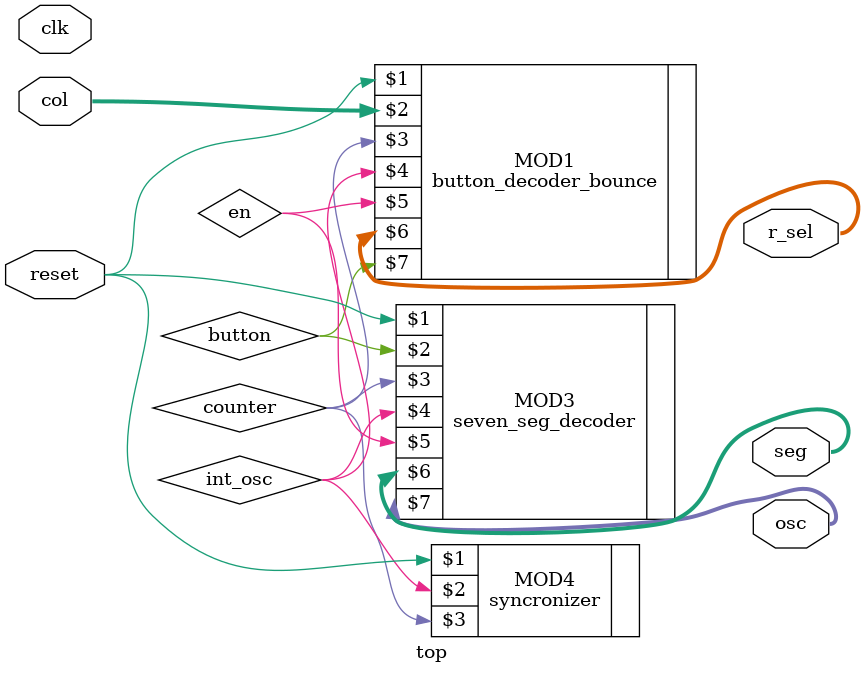
<source format=sv>

module top (
	input logic clk,
	input logic reset,
	input logic [3:0] col,
	output logic [3:0] r_sel,
	output logic [6:0] seg,
	output logic [1:0] osc
	);


// instantiated submodules
button_decoder_bounce MOD1 (reset, col, counter, int_osc, en, r_sel, button);

seven_seg_decoder MOD3 (reset, button, counter, int_osc, en, seg, osc);

syncronizer MOD4 (reset, int_osc, counter);
//////////////////////////


endmodule


</source>
